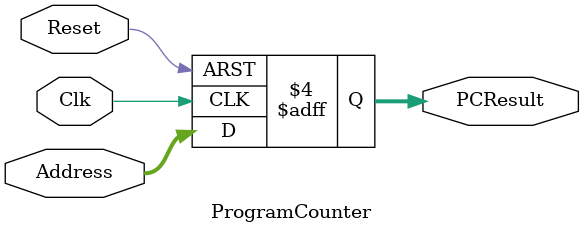
<source format=v>
`timescale 1ns / 1ps


 module ProgramCounter(Address, PCResult, Reset, Clk);
    
    // 32-Bit address input port
	input [31:0] Address; 
	// 1-Bit input control signal, 1-Bit input clock signal
	input Reset, Clk; 
	
    // 32-Bit registered output port
	output reg [31:0] PCResult; 
	
    // Global reset of datapath
    initial begin 
        PCResult <= 32'h00000000;
    end
    
    //Updates at positive edge of the clock or 'X' upon instantiation
    always @(posedge Clk, posedge Reset) begin 
        if (Reset == 1)
            //Register defaults to unknown values
            PCResult <= 32'h00000000; 
        else 
            //Register holds the current address of the instruction memory 
            PCResult <= Address; 
    end    

endmodule

</source>
